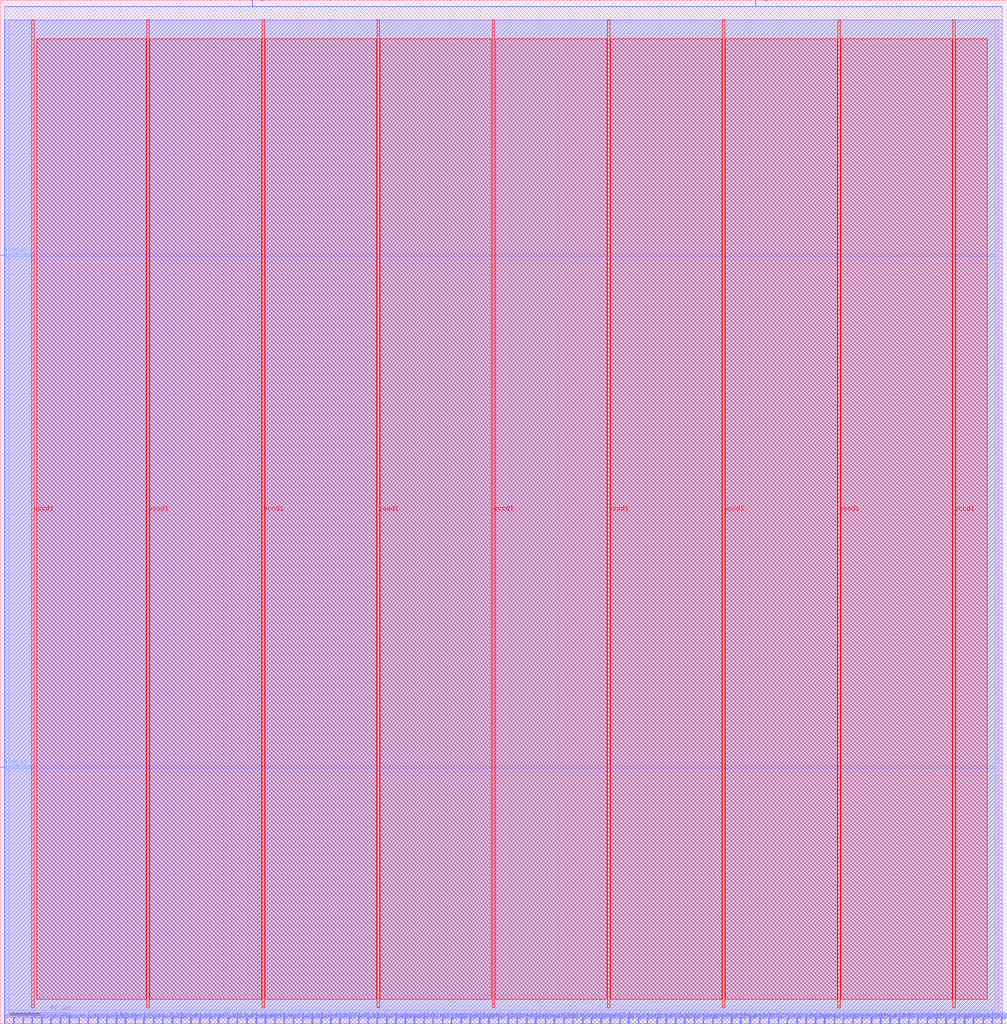
<source format=lef>
VERSION 5.7 ;
  NOWIREEXTENSIONATPIN ON ;
  DIVIDERCHAR "/" ;
  BUSBITCHARS "[]" ;
MACRO subservient_wrapped
  CLASS BLOCK ;
  FOREIGN subservient_wrapped ;
  ORIGIN 0.000 0.000 ;
  SIZE 671.735 BY 682.455 ;
  PIN io_oeb
    DIRECTION OUTPUT TRISTATE ;
    USE SIGNAL ;
    PORT
      LAYER met2 ;
        RECT 167.990 678.455 168.270 682.455 ;
    END
  END io_oeb
  PIN io_out
    DIRECTION OUTPUT TRISTATE ;
    USE SIGNAL ;
    PORT
      LAYER met2 ;
        RECT 503.790 678.455 504.070 682.455 ;
    END
  END io_out
  PIN irq[0]
    DIRECTION OUTPUT TRISTATE ;
    USE SIGNAL ;
    PORT
      LAYER met2 ;
        RECT 668.010 0.000 668.290 4.000 ;
    END
  END irq[0]
  PIN irq[1]
    DIRECTION OUTPUT TRISTATE ;
    USE SIGNAL ;
    PORT
      LAYER met3 ;
        RECT 0.000 170.720 4.000 171.320 ;
    END
  END irq[1]
  PIN irq[2]
    DIRECTION OUTPUT TRISTATE ;
    USE SIGNAL ;
    PORT
      LAYER met3 ;
        RECT 0.000 512.080 4.000 512.680 ;
    END
  END irq[2]
  PIN la_data_in
    DIRECTION INPUT ;
    USE SIGNAL ;
    PORT
      LAYER met2 ;
        RECT 661.570 0.000 661.850 4.000 ;
    END
  END la_data_in
  PIN wb_clk_i
    DIRECTION INPUT ;
    USE SIGNAL ;
    PORT
      LAYER met2 ;
        RECT 2.850 0.000 3.130 4.000 ;
    END
  END wb_clk_i
  PIN wb_rst_i
    DIRECTION INPUT ;
    USE SIGNAL ;
    PORT
      LAYER met2 ;
        RECT 8.830 0.000 9.110 4.000 ;
    END
  END wb_rst_i
  PIN wbs_ack_o
    DIRECTION OUTPUT TRISTATE ;
    USE SIGNAL ;
    PORT
      LAYER met2 ;
        RECT 15.270 0.000 15.550 4.000 ;
    END
  END wbs_ack_o
  PIN wbs_adr_i[0]
    DIRECTION INPUT ;
    USE SIGNAL ;
    PORT
      LAYER met2 ;
        RECT 40.110 0.000 40.390 4.000 ;
    END
  END wbs_adr_i[0]
  PIN wbs_adr_i[10]
    DIRECTION INPUT ;
    USE SIGNAL ;
    PORT
      LAYER met2 ;
        RECT 251.250 0.000 251.530 4.000 ;
    END
  END wbs_adr_i[10]
  PIN wbs_adr_i[11]
    DIRECTION INPUT ;
    USE SIGNAL ;
    PORT
      LAYER met2 ;
        RECT 270.110 0.000 270.390 4.000 ;
    END
  END wbs_adr_i[11]
  PIN wbs_adr_i[12]
    DIRECTION INPUT ;
    USE SIGNAL ;
    PORT
      LAYER met2 ;
        RECT 288.510 0.000 288.790 4.000 ;
    END
  END wbs_adr_i[12]
  PIN wbs_adr_i[13]
    DIRECTION INPUT ;
    USE SIGNAL ;
    PORT
      LAYER met2 ;
        RECT 307.370 0.000 307.650 4.000 ;
    END
  END wbs_adr_i[13]
  PIN wbs_adr_i[14]
    DIRECTION INPUT ;
    USE SIGNAL ;
    PORT
      LAYER met2 ;
        RECT 325.770 0.000 326.050 4.000 ;
    END
  END wbs_adr_i[14]
  PIN wbs_adr_i[15]
    DIRECTION INPUT ;
    USE SIGNAL ;
    PORT
      LAYER met2 ;
        RECT 344.630 0.000 344.910 4.000 ;
    END
  END wbs_adr_i[15]
  PIN wbs_adr_i[16]
    DIRECTION INPUT ;
    USE SIGNAL ;
    PORT
      LAYER met2 ;
        RECT 363.490 0.000 363.770 4.000 ;
    END
  END wbs_adr_i[16]
  PIN wbs_adr_i[17]
    DIRECTION INPUT ;
    USE SIGNAL ;
    PORT
      LAYER met2 ;
        RECT 381.890 0.000 382.170 4.000 ;
    END
  END wbs_adr_i[17]
  PIN wbs_adr_i[18]
    DIRECTION INPUT ;
    USE SIGNAL ;
    PORT
      LAYER met2 ;
        RECT 400.750 0.000 401.030 4.000 ;
    END
  END wbs_adr_i[18]
  PIN wbs_adr_i[19]
    DIRECTION INPUT ;
    USE SIGNAL ;
    PORT
      LAYER met2 ;
        RECT 419.150 0.000 419.430 4.000 ;
    END
  END wbs_adr_i[19]
  PIN wbs_adr_i[1]
    DIRECTION INPUT ;
    USE SIGNAL ;
    PORT
      LAYER met2 ;
        RECT 64.950 0.000 65.230 4.000 ;
    END
  END wbs_adr_i[1]
  PIN wbs_adr_i[20]
    DIRECTION INPUT ;
    USE SIGNAL ;
    PORT
      LAYER met2 ;
        RECT 438.010 0.000 438.290 4.000 ;
    END
  END wbs_adr_i[20]
  PIN wbs_adr_i[21]
    DIRECTION INPUT ;
    USE SIGNAL ;
    PORT
      LAYER met2 ;
        RECT 456.410 0.000 456.690 4.000 ;
    END
  END wbs_adr_i[21]
  PIN wbs_adr_i[22]
    DIRECTION INPUT ;
    USE SIGNAL ;
    PORT
      LAYER met2 ;
        RECT 475.270 0.000 475.550 4.000 ;
    END
  END wbs_adr_i[22]
  PIN wbs_adr_i[23]
    DIRECTION INPUT ;
    USE SIGNAL ;
    PORT
      LAYER met2 ;
        RECT 493.670 0.000 493.950 4.000 ;
    END
  END wbs_adr_i[23]
  PIN wbs_adr_i[24]
    DIRECTION INPUT ;
    USE SIGNAL ;
    PORT
      LAYER met2 ;
        RECT 512.530 0.000 512.810 4.000 ;
    END
  END wbs_adr_i[24]
  PIN wbs_adr_i[25]
    DIRECTION INPUT ;
    USE SIGNAL ;
    PORT
      LAYER met2 ;
        RECT 531.390 0.000 531.670 4.000 ;
    END
  END wbs_adr_i[25]
  PIN wbs_adr_i[26]
    DIRECTION INPUT ;
    USE SIGNAL ;
    PORT
      LAYER met2 ;
        RECT 549.790 0.000 550.070 4.000 ;
    END
  END wbs_adr_i[26]
  PIN wbs_adr_i[27]
    DIRECTION INPUT ;
    USE SIGNAL ;
    PORT
      LAYER met2 ;
        RECT 568.650 0.000 568.930 4.000 ;
    END
  END wbs_adr_i[27]
  PIN wbs_adr_i[28]
    DIRECTION INPUT ;
    USE SIGNAL ;
    PORT
      LAYER met2 ;
        RECT 587.050 0.000 587.330 4.000 ;
    END
  END wbs_adr_i[28]
  PIN wbs_adr_i[29]
    DIRECTION INPUT ;
    USE SIGNAL ;
    PORT
      LAYER met2 ;
        RECT 605.910 0.000 606.190 4.000 ;
    END
  END wbs_adr_i[29]
  PIN wbs_adr_i[2]
    DIRECTION INPUT ;
    USE SIGNAL ;
    PORT
      LAYER met2 ;
        RECT 89.790 0.000 90.070 4.000 ;
    END
  END wbs_adr_i[2]
  PIN wbs_adr_i[30]
    DIRECTION INPUT ;
    USE SIGNAL ;
    PORT
      LAYER met2 ;
        RECT 624.310 0.000 624.590 4.000 ;
    END
  END wbs_adr_i[30]
  PIN wbs_adr_i[31]
    DIRECTION INPUT ;
    USE SIGNAL ;
    PORT
      LAYER met2 ;
        RECT 643.170 0.000 643.450 4.000 ;
    END
  END wbs_adr_i[31]
  PIN wbs_adr_i[3]
    DIRECTION INPUT ;
    USE SIGNAL ;
    PORT
      LAYER met2 ;
        RECT 114.630 0.000 114.910 4.000 ;
    END
  END wbs_adr_i[3]
  PIN wbs_adr_i[4]
    DIRECTION INPUT ;
    USE SIGNAL ;
    PORT
      LAYER met2 ;
        RECT 139.470 0.000 139.750 4.000 ;
    END
  END wbs_adr_i[4]
  PIN wbs_adr_i[5]
    DIRECTION INPUT ;
    USE SIGNAL ;
    PORT
      LAYER met2 ;
        RECT 157.870 0.000 158.150 4.000 ;
    END
  END wbs_adr_i[5]
  PIN wbs_adr_i[6]
    DIRECTION INPUT ;
    USE SIGNAL ;
    PORT
      LAYER met2 ;
        RECT 176.730 0.000 177.010 4.000 ;
    END
  END wbs_adr_i[6]
  PIN wbs_adr_i[7]
    DIRECTION INPUT ;
    USE SIGNAL ;
    PORT
      LAYER met2 ;
        RECT 195.590 0.000 195.870 4.000 ;
    END
  END wbs_adr_i[7]
  PIN wbs_adr_i[8]
    DIRECTION INPUT ;
    USE SIGNAL ;
    PORT
      LAYER met2 ;
        RECT 213.990 0.000 214.270 4.000 ;
    END
  END wbs_adr_i[8]
  PIN wbs_adr_i[9]
    DIRECTION INPUT ;
    USE SIGNAL ;
    PORT
      LAYER met2 ;
        RECT 232.850 0.000 233.130 4.000 ;
    END
  END wbs_adr_i[9]
  PIN wbs_cyc_i
    DIRECTION INPUT ;
    USE SIGNAL ;
    PORT
      LAYER met2 ;
        RECT 21.250 0.000 21.530 4.000 ;
    END
  END wbs_cyc_i
  PIN wbs_dat_i[0]
    DIRECTION INPUT ;
    USE SIGNAL ;
    PORT
      LAYER met2 ;
        RECT 46.090 0.000 46.370 4.000 ;
    END
  END wbs_dat_i[0]
  PIN wbs_dat_i[10]
    DIRECTION INPUT ;
    USE SIGNAL ;
    PORT
      LAYER met2 ;
        RECT 257.690 0.000 257.970 4.000 ;
    END
  END wbs_dat_i[10]
  PIN wbs_dat_i[11]
    DIRECTION INPUT ;
    USE SIGNAL ;
    PORT
      LAYER met2 ;
        RECT 276.090 0.000 276.370 4.000 ;
    END
  END wbs_dat_i[11]
  PIN wbs_dat_i[12]
    DIRECTION INPUT ;
    USE SIGNAL ;
    PORT
      LAYER met2 ;
        RECT 294.950 0.000 295.230 4.000 ;
    END
  END wbs_dat_i[12]
  PIN wbs_dat_i[13]
    DIRECTION INPUT ;
    USE SIGNAL ;
    PORT
      LAYER met2 ;
        RECT 313.350 0.000 313.630 4.000 ;
    END
  END wbs_dat_i[13]
  PIN wbs_dat_i[14]
    DIRECTION INPUT ;
    USE SIGNAL ;
    PORT
      LAYER met2 ;
        RECT 332.210 0.000 332.490 4.000 ;
    END
  END wbs_dat_i[14]
  PIN wbs_dat_i[15]
    DIRECTION INPUT ;
    USE SIGNAL ;
    PORT
      LAYER met2 ;
        RECT 351.070 0.000 351.350 4.000 ;
    END
  END wbs_dat_i[15]
  PIN wbs_dat_i[16]
    DIRECTION INPUT ;
    USE SIGNAL ;
    PORT
      LAYER met2 ;
        RECT 369.470 0.000 369.750 4.000 ;
    END
  END wbs_dat_i[16]
  PIN wbs_dat_i[17]
    DIRECTION INPUT ;
    USE SIGNAL ;
    PORT
      LAYER met2 ;
        RECT 388.330 0.000 388.610 4.000 ;
    END
  END wbs_dat_i[17]
  PIN wbs_dat_i[18]
    DIRECTION INPUT ;
    USE SIGNAL ;
    PORT
      LAYER met2 ;
        RECT 406.730 0.000 407.010 4.000 ;
    END
  END wbs_dat_i[18]
  PIN wbs_dat_i[19]
    DIRECTION INPUT ;
    USE SIGNAL ;
    PORT
      LAYER met2 ;
        RECT 425.590 0.000 425.870 4.000 ;
    END
  END wbs_dat_i[19]
  PIN wbs_dat_i[1]
    DIRECTION INPUT ;
    USE SIGNAL ;
    PORT
      LAYER met2 ;
        RECT 70.930 0.000 71.210 4.000 ;
    END
  END wbs_dat_i[1]
  PIN wbs_dat_i[20]
    DIRECTION INPUT ;
    USE SIGNAL ;
    PORT
      LAYER met2 ;
        RECT 443.990 0.000 444.270 4.000 ;
    END
  END wbs_dat_i[20]
  PIN wbs_dat_i[21]
    DIRECTION INPUT ;
    USE SIGNAL ;
    PORT
      LAYER met2 ;
        RECT 462.850 0.000 463.130 4.000 ;
    END
  END wbs_dat_i[21]
  PIN wbs_dat_i[22]
    DIRECTION INPUT ;
    USE SIGNAL ;
    PORT
      LAYER met2 ;
        RECT 481.250 0.000 481.530 4.000 ;
    END
  END wbs_dat_i[22]
  PIN wbs_dat_i[23]
    DIRECTION INPUT ;
    USE SIGNAL ;
    PORT
      LAYER met2 ;
        RECT 500.110 0.000 500.390 4.000 ;
    END
  END wbs_dat_i[23]
  PIN wbs_dat_i[24]
    DIRECTION INPUT ;
    USE SIGNAL ;
    PORT
      LAYER met2 ;
        RECT 518.970 0.000 519.250 4.000 ;
    END
  END wbs_dat_i[24]
  PIN wbs_dat_i[25]
    DIRECTION INPUT ;
    USE SIGNAL ;
    PORT
      LAYER met2 ;
        RECT 537.370 0.000 537.650 4.000 ;
    END
  END wbs_dat_i[25]
  PIN wbs_dat_i[26]
    DIRECTION INPUT ;
    USE SIGNAL ;
    PORT
      LAYER met2 ;
        RECT 556.230 0.000 556.510 4.000 ;
    END
  END wbs_dat_i[26]
  PIN wbs_dat_i[27]
    DIRECTION INPUT ;
    USE SIGNAL ;
    PORT
      LAYER met2 ;
        RECT 574.630 0.000 574.910 4.000 ;
    END
  END wbs_dat_i[27]
  PIN wbs_dat_i[28]
    DIRECTION INPUT ;
    USE SIGNAL ;
    PORT
      LAYER met2 ;
        RECT 593.490 0.000 593.770 4.000 ;
    END
  END wbs_dat_i[28]
  PIN wbs_dat_i[29]
    DIRECTION INPUT ;
    USE SIGNAL ;
    PORT
      LAYER met2 ;
        RECT 611.890 0.000 612.170 4.000 ;
    END
  END wbs_dat_i[29]
  PIN wbs_dat_i[2]
    DIRECTION INPUT ;
    USE SIGNAL ;
    PORT
      LAYER met2 ;
        RECT 95.770 0.000 96.050 4.000 ;
    END
  END wbs_dat_i[2]
  PIN wbs_dat_i[30]
    DIRECTION INPUT ;
    USE SIGNAL ;
    PORT
      LAYER met2 ;
        RECT 630.750 0.000 631.030 4.000 ;
    END
  END wbs_dat_i[30]
  PIN wbs_dat_i[31]
    DIRECTION INPUT ;
    USE SIGNAL ;
    PORT
      LAYER met2 ;
        RECT 649.150 0.000 649.430 4.000 ;
    END
  END wbs_dat_i[31]
  PIN wbs_dat_i[3]
    DIRECTION INPUT ;
    USE SIGNAL ;
    PORT
      LAYER met2 ;
        RECT 120.610 0.000 120.890 4.000 ;
    END
  END wbs_dat_i[3]
  PIN wbs_dat_i[4]
    DIRECTION INPUT ;
    USE SIGNAL ;
    PORT
      LAYER met2 ;
        RECT 145.450 0.000 145.730 4.000 ;
    END
  END wbs_dat_i[4]
  PIN wbs_dat_i[5]
    DIRECTION INPUT ;
    USE SIGNAL ;
    PORT
      LAYER met2 ;
        RECT 164.310 0.000 164.590 4.000 ;
    END
  END wbs_dat_i[5]
  PIN wbs_dat_i[6]
    DIRECTION INPUT ;
    USE SIGNAL ;
    PORT
      LAYER met2 ;
        RECT 183.170 0.000 183.450 4.000 ;
    END
  END wbs_dat_i[6]
  PIN wbs_dat_i[7]
    DIRECTION INPUT ;
    USE SIGNAL ;
    PORT
      LAYER met2 ;
        RECT 201.570 0.000 201.850 4.000 ;
    END
  END wbs_dat_i[7]
  PIN wbs_dat_i[8]
    DIRECTION INPUT ;
    USE SIGNAL ;
    PORT
      LAYER met2 ;
        RECT 220.430 0.000 220.710 4.000 ;
    END
  END wbs_dat_i[8]
  PIN wbs_dat_i[9]
    DIRECTION INPUT ;
    USE SIGNAL ;
    PORT
      LAYER met2 ;
        RECT 238.830 0.000 239.110 4.000 ;
    END
  END wbs_dat_i[9]
  PIN wbs_dat_o[0]
    DIRECTION OUTPUT TRISTATE ;
    USE SIGNAL ;
    PORT
      LAYER met2 ;
        RECT 52.530 0.000 52.810 4.000 ;
    END
  END wbs_dat_o[0]
  PIN wbs_dat_o[10]
    DIRECTION OUTPUT TRISTATE ;
    USE SIGNAL ;
    PORT
      LAYER met2 ;
        RECT 263.670 0.000 263.950 4.000 ;
    END
  END wbs_dat_o[10]
  PIN wbs_dat_o[11]
    DIRECTION OUTPUT TRISTATE ;
    USE SIGNAL ;
    PORT
      LAYER met2 ;
        RECT 282.530 0.000 282.810 4.000 ;
    END
  END wbs_dat_o[11]
  PIN wbs_dat_o[12]
    DIRECTION OUTPUT TRISTATE ;
    USE SIGNAL ;
    PORT
      LAYER met2 ;
        RECT 300.930 0.000 301.210 4.000 ;
    END
  END wbs_dat_o[12]
  PIN wbs_dat_o[13]
    DIRECTION OUTPUT TRISTATE ;
    USE SIGNAL ;
    PORT
      LAYER met2 ;
        RECT 319.790 0.000 320.070 4.000 ;
    END
  END wbs_dat_o[13]
  PIN wbs_dat_o[14]
    DIRECTION OUTPUT TRISTATE ;
    USE SIGNAL ;
    PORT
      LAYER met2 ;
        RECT 338.650 0.000 338.930 4.000 ;
    END
  END wbs_dat_o[14]
  PIN wbs_dat_o[15]
    DIRECTION OUTPUT TRISTATE ;
    USE SIGNAL ;
    PORT
      LAYER met2 ;
        RECT 357.050 0.000 357.330 4.000 ;
    END
  END wbs_dat_o[15]
  PIN wbs_dat_o[16]
    DIRECTION OUTPUT TRISTATE ;
    USE SIGNAL ;
    PORT
      LAYER met2 ;
        RECT 375.910 0.000 376.190 4.000 ;
    END
  END wbs_dat_o[16]
  PIN wbs_dat_o[17]
    DIRECTION OUTPUT TRISTATE ;
    USE SIGNAL ;
    PORT
      LAYER met2 ;
        RECT 394.310 0.000 394.590 4.000 ;
    END
  END wbs_dat_o[17]
  PIN wbs_dat_o[18]
    DIRECTION OUTPUT TRISTATE ;
    USE SIGNAL ;
    PORT
      LAYER met2 ;
        RECT 413.170 0.000 413.450 4.000 ;
    END
  END wbs_dat_o[18]
  PIN wbs_dat_o[19]
    DIRECTION OUTPUT TRISTATE ;
    USE SIGNAL ;
    PORT
      LAYER met2 ;
        RECT 431.570 0.000 431.850 4.000 ;
    END
  END wbs_dat_o[19]
  PIN wbs_dat_o[1]
    DIRECTION OUTPUT TRISTATE ;
    USE SIGNAL ;
    PORT
      LAYER met2 ;
        RECT 77.370 0.000 77.650 4.000 ;
    END
  END wbs_dat_o[1]
  PIN wbs_dat_o[20]
    DIRECTION OUTPUT TRISTATE ;
    USE SIGNAL ;
    PORT
      LAYER met2 ;
        RECT 450.430 0.000 450.710 4.000 ;
    END
  END wbs_dat_o[20]
  PIN wbs_dat_o[21]
    DIRECTION OUTPUT TRISTATE ;
    USE SIGNAL ;
    PORT
      LAYER met2 ;
        RECT 468.830 0.000 469.110 4.000 ;
    END
  END wbs_dat_o[21]
  PIN wbs_dat_o[22]
    DIRECTION OUTPUT TRISTATE ;
    USE SIGNAL ;
    PORT
      LAYER met2 ;
        RECT 487.690 0.000 487.970 4.000 ;
    END
  END wbs_dat_o[22]
  PIN wbs_dat_o[23]
    DIRECTION OUTPUT TRISTATE ;
    USE SIGNAL ;
    PORT
      LAYER met2 ;
        RECT 506.550 0.000 506.830 4.000 ;
    END
  END wbs_dat_o[23]
  PIN wbs_dat_o[24]
    DIRECTION OUTPUT TRISTATE ;
    USE SIGNAL ;
    PORT
      LAYER met2 ;
        RECT 524.950 0.000 525.230 4.000 ;
    END
  END wbs_dat_o[24]
  PIN wbs_dat_o[25]
    DIRECTION OUTPUT TRISTATE ;
    USE SIGNAL ;
    PORT
      LAYER met2 ;
        RECT 543.810 0.000 544.090 4.000 ;
    END
  END wbs_dat_o[25]
  PIN wbs_dat_o[26]
    DIRECTION OUTPUT TRISTATE ;
    USE SIGNAL ;
    PORT
      LAYER met2 ;
        RECT 562.210 0.000 562.490 4.000 ;
    END
  END wbs_dat_o[26]
  PIN wbs_dat_o[27]
    DIRECTION OUTPUT TRISTATE ;
    USE SIGNAL ;
    PORT
      LAYER met2 ;
        RECT 581.070 0.000 581.350 4.000 ;
    END
  END wbs_dat_o[27]
  PIN wbs_dat_o[28]
    DIRECTION OUTPUT TRISTATE ;
    USE SIGNAL ;
    PORT
      LAYER met2 ;
        RECT 599.470 0.000 599.750 4.000 ;
    END
  END wbs_dat_o[28]
  PIN wbs_dat_o[29]
    DIRECTION OUTPUT TRISTATE ;
    USE SIGNAL ;
    PORT
      LAYER met2 ;
        RECT 618.330 0.000 618.610 4.000 ;
    END
  END wbs_dat_o[29]
  PIN wbs_dat_o[2]
    DIRECTION OUTPUT TRISTATE ;
    USE SIGNAL ;
    PORT
      LAYER met2 ;
        RECT 102.210 0.000 102.490 4.000 ;
    END
  END wbs_dat_o[2]
  PIN wbs_dat_o[30]
    DIRECTION OUTPUT TRISTATE ;
    USE SIGNAL ;
    PORT
      LAYER met2 ;
        RECT 636.730 0.000 637.010 4.000 ;
    END
  END wbs_dat_o[30]
  PIN wbs_dat_o[31]
    DIRECTION OUTPUT TRISTATE ;
    USE SIGNAL ;
    PORT
      LAYER met2 ;
        RECT 655.590 0.000 655.870 4.000 ;
    END
  END wbs_dat_o[31]
  PIN wbs_dat_o[3]
    DIRECTION OUTPUT TRISTATE ;
    USE SIGNAL ;
    PORT
      LAYER met2 ;
        RECT 127.050 0.000 127.330 4.000 ;
    END
  END wbs_dat_o[3]
  PIN wbs_dat_o[4]
    DIRECTION OUTPUT TRISTATE ;
    USE SIGNAL ;
    PORT
      LAYER met2 ;
        RECT 151.890 0.000 152.170 4.000 ;
    END
  END wbs_dat_o[4]
  PIN wbs_dat_o[5]
    DIRECTION OUTPUT TRISTATE ;
    USE SIGNAL ;
    PORT
      LAYER met2 ;
        RECT 170.750 0.000 171.030 4.000 ;
    END
  END wbs_dat_o[5]
  PIN wbs_dat_o[6]
    DIRECTION OUTPUT TRISTATE ;
    USE SIGNAL ;
    PORT
      LAYER met2 ;
        RECT 189.150 0.000 189.430 4.000 ;
    END
  END wbs_dat_o[6]
  PIN wbs_dat_o[7]
    DIRECTION OUTPUT TRISTATE ;
    USE SIGNAL ;
    PORT
      LAYER met2 ;
        RECT 208.010 0.000 208.290 4.000 ;
    END
  END wbs_dat_o[7]
  PIN wbs_dat_o[8]
    DIRECTION OUTPUT TRISTATE ;
    USE SIGNAL ;
    PORT
      LAYER met2 ;
        RECT 226.410 0.000 226.690 4.000 ;
    END
  END wbs_dat_o[8]
  PIN wbs_dat_o[9]
    DIRECTION OUTPUT TRISTATE ;
    USE SIGNAL ;
    PORT
      LAYER met2 ;
        RECT 245.270 0.000 245.550 4.000 ;
    END
  END wbs_dat_o[9]
  PIN wbs_sel_i[0]
    DIRECTION INPUT ;
    USE SIGNAL ;
    PORT
      LAYER met2 ;
        RECT 58.510 0.000 58.790 4.000 ;
    END
  END wbs_sel_i[0]
  PIN wbs_sel_i[1]
    DIRECTION INPUT ;
    USE SIGNAL ;
    PORT
      LAYER met2 ;
        RECT 83.350 0.000 83.630 4.000 ;
    END
  END wbs_sel_i[1]
  PIN wbs_sel_i[2]
    DIRECTION INPUT ;
    USE SIGNAL ;
    PORT
      LAYER met2 ;
        RECT 108.190 0.000 108.470 4.000 ;
    END
  END wbs_sel_i[2]
  PIN wbs_sel_i[3]
    DIRECTION INPUT ;
    USE SIGNAL ;
    PORT
      LAYER met2 ;
        RECT 133.030 0.000 133.310 4.000 ;
    END
  END wbs_sel_i[3]
  PIN wbs_stb_i
    DIRECTION INPUT ;
    USE SIGNAL ;
    PORT
      LAYER met2 ;
        RECT 27.690 0.000 27.970 4.000 ;
    END
  END wbs_stb_i
  PIN wbs_we_i
    DIRECTION INPUT ;
    USE SIGNAL ;
    PORT
      LAYER met2 ;
        RECT 33.670 0.000 33.950 4.000 ;
    END
  END wbs_we_i
  PIN vccd1
    DIRECTION INOUT ;
    USE POWER ;
    PORT
      LAYER met4 ;
        RECT 635.440 10.640 637.040 669.360 ;
    END
  END vccd1
  PIN vccd1
    DIRECTION INOUT ;
    USE POWER ;
    PORT
      LAYER met4 ;
        RECT 481.840 10.640 483.440 669.360 ;
    END
  END vccd1
  PIN vccd1
    DIRECTION INOUT ;
    USE POWER ;
    PORT
      LAYER met4 ;
        RECT 328.240 10.640 329.840 669.360 ;
    END
  END vccd1
  PIN vccd1
    DIRECTION INOUT ;
    USE POWER ;
    PORT
      LAYER met4 ;
        RECT 174.640 10.640 176.240 669.360 ;
    END
  END vccd1
  PIN vccd1
    DIRECTION INOUT ;
    USE POWER ;
    PORT
      LAYER met4 ;
        RECT 21.040 10.640 22.640 669.360 ;
    END
  END vccd1
  PIN vssd1
    DIRECTION INOUT ;
    USE GROUND ;
    PORT
      LAYER met4 ;
        RECT 558.640 10.640 560.240 669.360 ;
    END
  END vssd1
  PIN vssd1
    DIRECTION INOUT ;
    USE GROUND ;
    PORT
      LAYER met4 ;
        RECT 405.040 10.640 406.640 669.360 ;
    END
  END vssd1
  PIN vssd1
    DIRECTION INOUT ;
    USE GROUND ;
    PORT
      LAYER met4 ;
        RECT 251.440 10.640 253.040 669.360 ;
    END
  END vssd1
  PIN vssd1
    DIRECTION INOUT ;
    USE GROUND ;
    PORT
      LAYER met4 ;
        RECT 97.840 10.640 99.440 669.360 ;
    END
  END vssd1
  OBS
      LAYER li1 ;
        RECT 5.520 5.185 666.080 669.205 ;
      LAYER met1 ;
        RECT 2.830 0.040 668.310 669.360 ;
      LAYER met2 ;
        RECT 2.860 678.175 167.710 678.455 ;
        RECT 168.550 678.175 503.510 678.455 ;
        RECT 504.350 678.175 668.280 678.455 ;
        RECT 2.860 4.280 668.280 678.175 ;
        RECT 3.410 0.010 8.550 4.280 ;
        RECT 9.390 0.010 14.990 4.280 ;
        RECT 15.830 0.010 20.970 4.280 ;
        RECT 21.810 0.010 27.410 4.280 ;
        RECT 28.250 0.010 33.390 4.280 ;
        RECT 34.230 0.010 39.830 4.280 ;
        RECT 40.670 0.010 45.810 4.280 ;
        RECT 46.650 0.010 52.250 4.280 ;
        RECT 53.090 0.010 58.230 4.280 ;
        RECT 59.070 0.010 64.670 4.280 ;
        RECT 65.510 0.010 70.650 4.280 ;
        RECT 71.490 0.010 77.090 4.280 ;
        RECT 77.930 0.010 83.070 4.280 ;
        RECT 83.910 0.010 89.510 4.280 ;
        RECT 90.350 0.010 95.490 4.280 ;
        RECT 96.330 0.010 101.930 4.280 ;
        RECT 102.770 0.010 107.910 4.280 ;
        RECT 108.750 0.010 114.350 4.280 ;
        RECT 115.190 0.010 120.330 4.280 ;
        RECT 121.170 0.010 126.770 4.280 ;
        RECT 127.610 0.010 132.750 4.280 ;
        RECT 133.590 0.010 139.190 4.280 ;
        RECT 140.030 0.010 145.170 4.280 ;
        RECT 146.010 0.010 151.610 4.280 ;
        RECT 152.450 0.010 157.590 4.280 ;
        RECT 158.430 0.010 164.030 4.280 ;
        RECT 164.870 0.010 170.470 4.280 ;
        RECT 171.310 0.010 176.450 4.280 ;
        RECT 177.290 0.010 182.890 4.280 ;
        RECT 183.730 0.010 188.870 4.280 ;
        RECT 189.710 0.010 195.310 4.280 ;
        RECT 196.150 0.010 201.290 4.280 ;
        RECT 202.130 0.010 207.730 4.280 ;
        RECT 208.570 0.010 213.710 4.280 ;
        RECT 214.550 0.010 220.150 4.280 ;
        RECT 220.990 0.010 226.130 4.280 ;
        RECT 226.970 0.010 232.570 4.280 ;
        RECT 233.410 0.010 238.550 4.280 ;
        RECT 239.390 0.010 244.990 4.280 ;
        RECT 245.830 0.010 250.970 4.280 ;
        RECT 251.810 0.010 257.410 4.280 ;
        RECT 258.250 0.010 263.390 4.280 ;
        RECT 264.230 0.010 269.830 4.280 ;
        RECT 270.670 0.010 275.810 4.280 ;
        RECT 276.650 0.010 282.250 4.280 ;
        RECT 283.090 0.010 288.230 4.280 ;
        RECT 289.070 0.010 294.670 4.280 ;
        RECT 295.510 0.010 300.650 4.280 ;
        RECT 301.490 0.010 307.090 4.280 ;
        RECT 307.930 0.010 313.070 4.280 ;
        RECT 313.910 0.010 319.510 4.280 ;
        RECT 320.350 0.010 325.490 4.280 ;
        RECT 326.330 0.010 331.930 4.280 ;
        RECT 332.770 0.010 338.370 4.280 ;
        RECT 339.210 0.010 344.350 4.280 ;
        RECT 345.190 0.010 350.790 4.280 ;
        RECT 351.630 0.010 356.770 4.280 ;
        RECT 357.610 0.010 363.210 4.280 ;
        RECT 364.050 0.010 369.190 4.280 ;
        RECT 370.030 0.010 375.630 4.280 ;
        RECT 376.470 0.010 381.610 4.280 ;
        RECT 382.450 0.010 388.050 4.280 ;
        RECT 388.890 0.010 394.030 4.280 ;
        RECT 394.870 0.010 400.470 4.280 ;
        RECT 401.310 0.010 406.450 4.280 ;
        RECT 407.290 0.010 412.890 4.280 ;
        RECT 413.730 0.010 418.870 4.280 ;
        RECT 419.710 0.010 425.310 4.280 ;
        RECT 426.150 0.010 431.290 4.280 ;
        RECT 432.130 0.010 437.730 4.280 ;
        RECT 438.570 0.010 443.710 4.280 ;
        RECT 444.550 0.010 450.150 4.280 ;
        RECT 450.990 0.010 456.130 4.280 ;
        RECT 456.970 0.010 462.570 4.280 ;
        RECT 463.410 0.010 468.550 4.280 ;
        RECT 469.390 0.010 474.990 4.280 ;
        RECT 475.830 0.010 480.970 4.280 ;
        RECT 481.810 0.010 487.410 4.280 ;
        RECT 488.250 0.010 493.390 4.280 ;
        RECT 494.230 0.010 499.830 4.280 ;
        RECT 500.670 0.010 506.270 4.280 ;
        RECT 507.110 0.010 512.250 4.280 ;
        RECT 513.090 0.010 518.690 4.280 ;
        RECT 519.530 0.010 524.670 4.280 ;
        RECT 525.510 0.010 531.110 4.280 ;
        RECT 531.950 0.010 537.090 4.280 ;
        RECT 537.930 0.010 543.530 4.280 ;
        RECT 544.370 0.010 549.510 4.280 ;
        RECT 550.350 0.010 555.950 4.280 ;
        RECT 556.790 0.010 561.930 4.280 ;
        RECT 562.770 0.010 568.370 4.280 ;
        RECT 569.210 0.010 574.350 4.280 ;
        RECT 575.190 0.010 580.790 4.280 ;
        RECT 581.630 0.010 586.770 4.280 ;
        RECT 587.610 0.010 593.210 4.280 ;
        RECT 594.050 0.010 599.190 4.280 ;
        RECT 600.030 0.010 605.630 4.280 ;
        RECT 606.470 0.010 611.610 4.280 ;
        RECT 612.450 0.010 618.050 4.280 ;
        RECT 618.890 0.010 624.030 4.280 ;
        RECT 624.870 0.010 630.470 4.280 ;
        RECT 631.310 0.010 636.450 4.280 ;
        RECT 637.290 0.010 642.890 4.280 ;
        RECT 643.730 0.010 648.870 4.280 ;
        RECT 649.710 0.010 655.310 4.280 ;
        RECT 656.150 0.010 661.290 4.280 ;
        RECT 662.130 0.010 667.730 4.280 ;
      LAYER met3 ;
        RECT 4.000 513.080 663.715 669.285 ;
        RECT 4.400 511.680 663.715 513.080 ;
        RECT 4.000 171.720 663.715 511.680 ;
        RECT 4.400 170.320 663.715 171.720 ;
        RECT 4.000 9.015 663.715 170.320 ;
      LAYER met4 ;
        RECT 24.215 16.495 97.440 656.705 ;
        RECT 99.840 16.495 174.240 656.705 ;
        RECT 176.640 16.495 251.040 656.705 ;
        RECT 253.440 16.495 327.840 656.705 ;
        RECT 330.240 16.495 404.640 656.705 ;
        RECT 407.040 16.495 481.440 656.705 ;
        RECT 483.840 16.495 558.240 656.705 ;
        RECT 560.640 16.495 635.040 656.705 ;
        RECT 637.440 16.495 658.425 656.705 ;
  END
END subservient_wrapped
END LIBRARY


</source>
